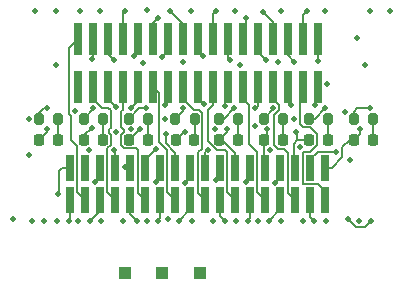
<source format=gbr>
%TF.GenerationSoftware,KiCad,Pcbnew,7.0.10-7.0.10~ubuntu22.04.1*%
%TF.CreationDate,2024-01-03T10:10:25-05:00*%
%TF.ProjectId,readout-splitter,72656164-6f75-4742-9d73-706c69747465,rev?*%
%TF.SameCoordinates,Original*%
%TF.FileFunction,Copper,L1,Top*%
%TF.FilePolarity,Positive*%
%FSLAX46Y46*%
G04 Gerber Fmt 4.6, Leading zero omitted, Abs format (unit mm)*
G04 Created by KiCad (PCBNEW 7.0.10-7.0.10~ubuntu22.04.1) date 2024-01-03 10:10:25*
%MOMM*%
%LPD*%
G01*
G04 APERTURE LIST*
G04 Aperture macros list*
%AMRoundRect*
0 Rectangle with rounded corners*
0 $1 Rounding radius*
0 $2 $3 $4 $5 $6 $7 $8 $9 X,Y pos of 4 corners*
0 Add a 4 corners polygon primitive as box body*
4,1,4,$2,$3,$4,$5,$6,$7,$8,$9,$2,$3,0*
0 Add four circle primitives for the rounded corners*
1,1,$1+$1,$2,$3*
1,1,$1+$1,$4,$5*
1,1,$1+$1,$6,$7*
1,1,$1+$1,$8,$9*
0 Add four rect primitives between the rounded corners*
20,1,$1+$1,$2,$3,$4,$5,0*
20,1,$1+$1,$4,$5,$6,$7,0*
20,1,$1+$1,$6,$7,$8,$9,0*
20,1,$1+$1,$8,$9,$2,$3,0*%
G04 Aperture macros list end*
%TA.AperFunction,SMDPad,CuDef*%
%ADD10R,0.736600X2.794000*%
%TD*%
%TA.AperFunction,SMDPad,CuDef*%
%ADD11RoundRect,0.225000X0.225000X0.250000X-0.225000X0.250000X-0.225000X-0.250000X0.225000X-0.250000X0*%
%TD*%
%TA.AperFunction,SMDPad,CuDef*%
%ADD12RoundRect,0.200000X-0.200000X-0.275000X0.200000X-0.275000X0.200000X0.275000X-0.200000X0.275000X0*%
%TD*%
%TA.AperFunction,ComponentPad*%
%ADD13R,1.000000X1.000000*%
%TD*%
%TA.AperFunction,SMDPad,CuDef*%
%ADD14R,0.740000X2.220000*%
%TD*%
%TA.AperFunction,ViaPad*%
%ADD15C,0.508000*%
%TD*%
%TA.AperFunction,Conductor*%
%ADD16C,0.152400*%
%TD*%
%TA.AperFunction,Conductor*%
%ADD17C,0.200000*%
%TD*%
G04 APERTURE END LIST*
D10*
%TO.P,J4,1,Pin_1*%
%TO.N,/+6.5V*%
X45582000Y-33124000D03*
%TO.P,J4,2,Pin_2*%
%TO.N,/-20V*%
X45582000Y-37188000D03*
%TO.P,J4,3,Pin_3*%
%TO.N,GND*%
X44312000Y-33124000D03*
%TO.P,J4,4,Pin_4*%
%TO.N,/DET_0*%
X44312000Y-37188000D03*
%TO.P,J4,5,Pin_5*%
%TO.N,/+6.5V*%
X43042000Y-33124000D03*
%TO.P,J4,6,Pin_6*%
%TO.N,/-20V*%
X43042000Y-37188000D03*
%TO.P,J4,7,Pin_7*%
%TO.N,GND*%
X41772000Y-33124000D03*
%TO.P,J4,8,Pin_8*%
%TO.N,/DET_1*%
X41772000Y-37188000D03*
%TO.P,J4,9,Pin_9*%
%TO.N,/+6.5V*%
X40502000Y-33124000D03*
%TO.P,J4,10,Pin_10*%
%TO.N,/-20V*%
X40502000Y-37188000D03*
%TO.P,J4,11,Pin_11*%
%TO.N,GND*%
X39232000Y-33124000D03*
%TO.P,J4,12,Pin_12*%
%TO.N,/DET_2*%
X39232000Y-37188000D03*
%TO.P,J4,13,Pin_13*%
%TO.N,/+6.5V*%
X37962000Y-33124000D03*
%TO.P,J4,14,Pin_14*%
%TO.N,/-20V*%
X37962000Y-37188000D03*
%TO.P,J4,15,Pin_15*%
%TO.N,GND*%
X36692000Y-33124000D03*
%TO.P,J4,16,Pin_16*%
%TO.N,/DET_3*%
X36692000Y-37188000D03*
%TO.P,J4,17,Pin_17*%
%TO.N,/+6.5V*%
X35422000Y-33124000D03*
%TO.P,J4,18,Pin_18*%
%TO.N,/-20V*%
X35422000Y-37188000D03*
%TO.P,J4,19,Pin_19*%
%TO.N,GND*%
X34152000Y-33124000D03*
%TO.P,J4,20,Pin_20*%
%TO.N,/DET_4*%
X34152000Y-37188000D03*
%TO.P,J4,21,Pin_21*%
%TO.N,/+6.5V*%
X32882000Y-33124000D03*
%TO.P,J4,22,Pin_22*%
%TO.N,/-20V*%
X32882000Y-37188000D03*
%TO.P,J4,23,Pin_23*%
%TO.N,GND*%
X31612000Y-33124000D03*
%TO.P,J4,24,Pin_24*%
%TO.N,/DET_5*%
X31612000Y-37188000D03*
%TO.P,J4,25,Pin_25*%
%TO.N,/+6.5V*%
X30342000Y-33124000D03*
%TO.P,J4,26,Pin_26*%
%TO.N,/-20V*%
X30342000Y-37188000D03*
%TO.P,J4,27,Pin_27*%
%TO.N,GND*%
X29072000Y-33124000D03*
%TO.P,J4,28,Pin_28*%
%TO.N,/DET_6*%
X29072000Y-37188000D03*
%TO.P,J4,29,Pin_29*%
%TO.N,/+6.5V*%
X27802000Y-33124000D03*
%TO.P,J4,30,Pin_30*%
%TO.N,/-20V*%
X27802000Y-37188000D03*
%TO.P,J4,31,Pin_31*%
%TO.N,GND*%
X26532000Y-33124000D03*
%TO.P,J4,32,Pin_32*%
%TO.N,/DET_7*%
X26532000Y-37188000D03*
%TO.P,J4,33,Pin_33*%
%TO.N,/A_COMM*%
X25262000Y-33124000D03*
%TO.P,J4,34,Pin_34*%
%TO.N,unconnected-(J4-Pin_34-Pad34)*%
X25262000Y-37188000D03*
%TD*%
D11*
%TO.P,C33,1*%
%TO.N,Net-(C33-Pad1)*%
X50215000Y-41694000D03*
%TO.P,C33,2*%
%TO.N,/VN_0*%
X48665000Y-41694000D03*
%TD*%
%TO.P,C35,1*%
%TO.N,Net-(C35-Pad1)*%
X42595000Y-41694000D03*
%TO.P,C35,2*%
%TO.N,/VN_2*%
X41045000Y-41694000D03*
%TD*%
%TO.P,C40,1*%
%TO.N,Net-(C40-Pad1)*%
X23545000Y-41694000D03*
%TO.P,C40,2*%
%TO.N,/VN_7*%
X21995000Y-41694000D03*
%TD*%
%TO.P,C38,1*%
%TO.N,Net-(C38-Pad1)*%
X31165000Y-41694000D03*
%TO.P,C38,2*%
%TO.N,/VN_5*%
X29615000Y-41694000D03*
%TD*%
D12*
%TO.P,R20,1*%
%TO.N,Net-(U4-ADJ)*%
X37185000Y-39916000D03*
%TO.P,R20,2*%
%TO.N,Net-(C36-Pad1)*%
X38835000Y-39916000D03*
%TD*%
%TO.P,R21,1*%
%TO.N,Net-(U5-ADJ)*%
X33502000Y-39916000D03*
%TO.P,R21,2*%
%TO.N,Net-(C37-Pad1)*%
X35152000Y-39916000D03*
%TD*%
D13*
%TO.P,J3,1,Pin_1*%
%TO.N,/-20V*%
X35597000Y-52997000D03*
%TD*%
D12*
%TO.P,R19,1*%
%TO.N,Net-(U3-ADJ)*%
X40995000Y-39916000D03*
%TO.P,R19,2*%
%TO.N,Net-(C35-Pad1)*%
X42645000Y-39916000D03*
%TD*%
D13*
%TO.P,J1,1,Pin_1*%
%TO.N,/+6.5V*%
X29247000Y-52997000D03*
%TD*%
D12*
%TO.P,R17,1*%
%TO.N,Net-(U1-ADJ)*%
X48615000Y-39916000D03*
%TO.P,R17,2*%
%TO.N,Net-(C33-Pad1)*%
X50265000Y-39916000D03*
%TD*%
%TO.P,R18,1*%
%TO.N,Net-(U2-ADJ)*%
X44805000Y-39916000D03*
%TO.P,R18,2*%
%TO.N,Net-(C34-Pad1)*%
X46455000Y-39916000D03*
%TD*%
%TO.P,R23,1*%
%TO.N,Net-(U7-ADJ)*%
X25755000Y-39916000D03*
%TO.P,R23,2*%
%TO.N,Net-(C39-Pad1)*%
X27405000Y-39916000D03*
%TD*%
D11*
%TO.P,C36,1*%
%TO.N,Net-(C36-Pad1)*%
X38785000Y-41694000D03*
%TO.P,C36,2*%
%TO.N,/VN_3*%
X37235000Y-41694000D03*
%TD*%
D12*
%TO.P,R22,1*%
%TO.N,Net-(U6-ADJ)*%
X29565000Y-39916000D03*
%TO.P,R22,2*%
%TO.N,Net-(C38-Pad1)*%
X31215000Y-39916000D03*
%TD*%
D11*
%TO.P,C37,1*%
%TO.N,Net-(C37-Pad1)*%
X35102000Y-41694000D03*
%TO.P,C37,2*%
%TO.N,/VN_4*%
X33552000Y-41694000D03*
%TD*%
%TO.P,C34,1*%
%TO.N,Net-(C34-Pad1)*%
X46418000Y-41694000D03*
%TO.P,C34,2*%
%TO.N,/VN_1*%
X44868000Y-41694000D03*
%TD*%
D13*
%TO.P,J2,1,Pin_1*%
%TO.N,GND*%
X32422000Y-52997000D03*
%TD*%
D11*
%TO.P,C39,1*%
%TO.N,Net-(C39-Pad1)*%
X27355000Y-41694000D03*
%TO.P,C39,2*%
%TO.N,/VN_6*%
X25805000Y-41694000D03*
%TD*%
D14*
%TO.P,J5,1,Pin_1*%
%TO.N,/DET_0*%
X46217000Y-46826800D03*
%TO.P,J5,2,Pin_2*%
%TO.N,/VN_0*%
X46217000Y-44096800D03*
%TO.P,J5,3,Pin_3*%
%TO.N,GND*%
X44947000Y-46826800D03*
%TO.P,J5,4,Pin_4*%
%TO.N,/VP_0*%
X44947000Y-44096800D03*
%TO.P,J5,5,Pin_5*%
%TO.N,/DET_1*%
X43677000Y-46826800D03*
%TO.P,J5,6,Pin_6*%
%TO.N,/VN_1*%
X43677000Y-44096800D03*
%TO.P,J5,7,Pin_7*%
%TO.N,GND*%
X42407000Y-46826800D03*
%TO.P,J5,8,Pin_8*%
%TO.N,/VP_1*%
X42407000Y-44096800D03*
%TO.P,J5,9,Pin_9*%
%TO.N,/DET_2*%
X41137000Y-46826800D03*
%TO.P,J5,10,Pin_10*%
%TO.N,/VN_2*%
X41137000Y-44096800D03*
%TO.P,J5,11,Pin_11*%
%TO.N,GND*%
X39867000Y-46826800D03*
%TO.P,J5,12,Pin_12*%
%TO.N,/VP_2*%
X39867000Y-44096800D03*
%TO.P,J5,13,Pin_13*%
%TO.N,/DET_3*%
X38597000Y-46826800D03*
%TO.P,J5,14,Pin_14*%
%TO.N,/VN_3*%
X38597000Y-44096800D03*
%TO.P,J5,15,Pin_15*%
%TO.N,GND*%
X37327000Y-46826800D03*
%TO.P,J5,16,Pin_16*%
%TO.N,/VP_3*%
X37327000Y-44096800D03*
%TO.P,J5,17,Pin_17*%
%TO.N,/DET_4*%
X36057000Y-46826800D03*
%TO.P,J5,18,Pin_18*%
%TO.N,/VN_4*%
X36057000Y-44096800D03*
%TO.P,J5,19,Pin_19*%
%TO.N,GND*%
X34787000Y-46826800D03*
%TO.P,J5,20,Pin_20*%
%TO.N,/VP_4*%
X34787000Y-44096800D03*
%TO.P,J5,21,Pin_21*%
%TO.N,/DET_5*%
X33517000Y-46826800D03*
%TO.P,J5,22,Pin_22*%
%TO.N,/VN_5*%
X33517000Y-44096800D03*
%TO.P,J5,23,Pin_23*%
%TO.N,GND*%
X32247000Y-46826800D03*
%TO.P,J5,24,Pin_24*%
%TO.N,/VP_5*%
X32247000Y-44096800D03*
%TO.P,J5,25,Pin_25*%
%TO.N,/DET_6*%
X30977000Y-46826800D03*
%TO.P,J5,26,Pin_26*%
%TO.N,/VN_6*%
X30977000Y-44096800D03*
%TO.P,J5,27,Pin_27*%
%TO.N,GND*%
X29707000Y-46826800D03*
%TO.P,J5,28,Pin_28*%
%TO.N,/VP_6*%
X29707000Y-44096800D03*
%TO.P,J5,29,Pin_29*%
%TO.N,/DET_7*%
X28437000Y-46826800D03*
%TO.P,J5,30,Pin_30*%
%TO.N,/VN_7*%
X28437000Y-44096800D03*
%TO.P,J5,31,Pin_31*%
%TO.N,GND*%
X27167000Y-46826800D03*
%TO.P,J5,32,Pin_32*%
%TO.N,/VP_7*%
X27167000Y-44096800D03*
%TO.P,J5,33,Pin_33*%
%TO.N,/A_COMM*%
X25897000Y-46826800D03*
%TO.P,J5,34,Pin_34*%
%TO.N,unconnected-(J5-Pin_34-Pad34)*%
X25897000Y-44096800D03*
%TO.P,J5,35,Pin_35*%
%TO.N,GND*%
X24627000Y-46826800D03*
%TO.P,J5,36,Pin_36*%
%TO.N,/+6.5V*%
X24627000Y-44096800D03*
%TD*%
D12*
%TO.P,R24,1*%
%TO.N,Net-(U8-ADJ)*%
X21945000Y-39916000D03*
%TO.P,R24,2*%
%TO.N,Net-(C40-Pad1)*%
X23595000Y-39916000D03*
%TD*%
D15*
%TO.N,/+6.5V*%
X32930000Y-48425000D03*
X46265000Y-48552000D03*
X35851000Y-34582000D03*
X27215000Y-48552000D03*
X43598000Y-35090000D03*
X29120000Y-48552000D03*
X41198953Y-34977756D03*
X31152000Y-48552000D03*
X50075000Y-48552000D03*
X28358000Y-34963000D03*
X36740000Y-48552000D03*
X38137000Y-34963000D03*
X30009000Y-34582000D03*
X44360000Y-48552000D03*
X48170000Y-48425000D03*
X40550000Y-48552000D03*
X32343011Y-34717341D03*
X25310000Y-48552000D03*
X34962000Y-48552000D03*
X23571200Y-46304200D03*
X21373000Y-48552000D03*
X45582000Y-35042000D03*
X38645000Y-48552000D03*
X23532000Y-48552000D03*
X42455000Y-48552000D03*
%TO.N,/-20V*%
X38531000Y-30772000D03*
X23418000Y-30772000D03*
X27101000Y-30772000D03*
X46215000Y-30772000D03*
X29755000Y-39027000D03*
X43344000Y-38773000D03*
X32661949Y-38756167D03*
X34861000Y-30772000D03*
X31122001Y-30674999D03*
X50025000Y-30772000D03*
X28472211Y-38918420D03*
X45376000Y-38773000D03*
X35923974Y-38655533D03*
X42468000Y-30772000D03*
X40296000Y-39027000D03*
X37725990Y-38803788D03*
%TO.N,/VN_0*%
X49186000Y-40805000D03*
%TO.N,/VP_0*%
X47133900Y-42736153D03*
%TO.N,/VP_1*%
X41922513Y-45327379D03*
%TO.N,/VN_1*%
X43725000Y-41059000D03*
%TO.N,/VP_2*%
X39538900Y-45310898D03*
%TO.N,/VN_2*%
X41312000Y-40805000D03*
%TO.N,/VP_3*%
X36933000Y-45128500D03*
%TO.N,/VN_3*%
X37883000Y-40805000D03*
%TO.N,/VP_4*%
X34313076Y-45324428D03*
%TO.N,/VN_4*%
X34349998Y-41004141D03*
X36271948Y-42552077D03*
%TO.N,/VP_5*%
X31914000Y-45250000D03*
%TO.N,/VN_5*%
X32741527Y-41197363D03*
X30530151Y-40805481D03*
%TO.N,/VP_6*%
X29247000Y-43980000D03*
%TO.N,/VN_6*%
X26453000Y-40678000D03*
X31914000Y-42456000D03*
%TO.N,/VP_7*%
X26697101Y-45250000D03*
%TO.N,/VN_7*%
X22643000Y-40805000D03*
X28285800Y-42583000D03*
%TO.N,GND*%
X49567000Y-35344000D03*
X26209188Y-42551422D03*
X51714400Y-30784800D03*
X32041000Y-31407000D03*
X34200000Y-35090000D03*
X43598000Y-39916000D03*
X33819000Y-48552000D03*
X28485000Y-41059000D03*
X25437000Y-30772000D03*
X32041000Y-48552000D03*
X46392000Y-36995000D03*
X25056000Y-39281000D03*
X39534000Y-31407000D03*
X22389000Y-48552000D03*
X45249000Y-48552000D03*
X26326000Y-48552000D03*
X48328764Y-43440236D03*
X26453000Y-34836000D03*
X21119000Y-39916000D03*
X36833070Y-40778550D03*
X29247000Y-30772000D03*
X39661000Y-48552000D03*
X42195166Y-35103534D03*
X32676000Y-39916000D03*
X30771000Y-35217000D03*
X48869600Y-33045400D03*
X36981000Y-30772000D03*
X37756000Y-48552000D03*
X40918000Y-30899000D03*
X47863397Y-39381756D03*
X49059000Y-48552000D03*
X44106000Y-42329000D03*
X44665000Y-30772000D03*
X39026000Y-35344000D03*
X29772157Y-40801866D03*
X41566000Y-42583000D03*
X23405000Y-35344000D03*
X41439000Y-48552000D03*
X30263000Y-48552000D03*
X21119000Y-42964000D03*
X24548000Y-48552000D03*
X40296000Y-40551000D03*
X33057000Y-30772000D03*
X19735800Y-48387000D03*
X21627000Y-30772000D03*
%TO.N,Net-(U1-ADJ)*%
X50011000Y-39027000D03*
%TO.N,Net-(U2-ADJ)*%
X46201000Y-39027000D03*
%TO.N,Net-(U3-ADJ)*%
X41802121Y-38990412D03*
%TO.N,Net-(U4-ADJ)*%
X38518000Y-39027000D03*
%TO.N,Net-(U5-ADJ)*%
X34199994Y-39027000D03*
%TO.N,Net-(U6-ADJ)*%
X31025000Y-39025875D03*
%TO.N,Net-(U7-ADJ)*%
X26580000Y-39027000D03*
%TO.N,Net-(U8-ADJ)*%
X22643000Y-39027000D03*
%TD*%
D16*
%TO.N,/+6.5V*%
X23571200Y-46304200D02*
X23659000Y-46182552D01*
X23659000Y-44361000D02*
X23923200Y-44096800D01*
X23659000Y-46182552D02*
X23659000Y-44361000D01*
X23923200Y-44096800D02*
X24627000Y-44096800D01*
X30342000Y-34249000D02*
X30009000Y-34582000D01*
X35422000Y-33124000D02*
X35422000Y-34153000D01*
X48805000Y-49060000D02*
X49567000Y-49060000D01*
X37962000Y-33124000D02*
X37962000Y-34788000D01*
X27802000Y-34407000D02*
X28358000Y-34963000D01*
X45630000Y-35090000D02*
X45582000Y-35042000D01*
X48170000Y-48425000D02*
X48805000Y-49060000D01*
X45582000Y-33124000D02*
X45582000Y-35042000D01*
X35422000Y-34153000D02*
X35851000Y-34582000D01*
X32882000Y-34178352D02*
X32882000Y-33124000D01*
X40502000Y-34280803D02*
X41198953Y-34977756D01*
X43042000Y-34534000D02*
X43598000Y-35090000D01*
X27802000Y-33124000D02*
X27802000Y-34407000D01*
X43042000Y-33124000D02*
X43042000Y-34534000D01*
X32343011Y-34717341D02*
X32882000Y-34178352D01*
X37962000Y-34788000D02*
X38137000Y-34963000D01*
X49567000Y-49060000D02*
X50075000Y-48552000D01*
X40502000Y-33124000D02*
X40502000Y-34280803D01*
X30342000Y-33124000D02*
X30342000Y-34249000D01*
%TO.N,/-20V*%
X40502000Y-37188000D02*
X40502000Y-38821000D01*
X27802000Y-38248209D02*
X28472211Y-38918420D01*
X30342000Y-37188000D02*
X30342000Y-38440000D01*
X43042000Y-38471000D02*
X43344000Y-38773000D01*
X35923974Y-38655533D02*
X35422000Y-38153559D01*
X32661949Y-38756167D02*
X32882000Y-38536116D01*
X37962000Y-37188000D02*
X37725990Y-37424010D01*
X30342000Y-38440000D02*
X29755000Y-39027000D01*
X40502000Y-38821000D02*
X40296000Y-39027000D01*
X35422000Y-38153559D02*
X35422000Y-37188000D01*
X27802000Y-37188000D02*
X27802000Y-38248209D01*
X37725990Y-37424010D02*
X37725990Y-38803788D01*
X43042000Y-37188000D02*
X43042000Y-38471000D01*
X45376000Y-37394000D02*
X45376000Y-38773000D01*
X45582000Y-37188000D02*
X45376000Y-37394000D01*
X32882000Y-38536116D02*
X32882000Y-37188000D01*
%TO.N,/VN_0*%
X48297000Y-41694000D02*
X48665000Y-41694000D01*
X46217000Y-44096800D02*
X46739400Y-44096800D01*
X47662000Y-43174200D02*
X47662000Y-42329000D01*
X49186000Y-40805000D02*
X49186000Y-41173000D01*
X49186000Y-41173000D02*
X48665000Y-41694000D01*
X47662000Y-42329000D02*
X48297000Y-41694000D01*
X46739400Y-44096800D02*
X47662000Y-43174200D01*
%TO.N,/DET_0*%
X44080600Y-37419400D02*
X44312000Y-37188000D01*
X45580100Y-45449900D02*
X44362900Y-45449900D01*
X44362900Y-45449900D02*
X44348400Y-45435400D01*
X44301600Y-40619600D02*
X44080600Y-40398600D01*
X44348400Y-45435400D02*
X44348400Y-42758200D01*
X44929200Y-42758200D02*
X45546600Y-42140800D01*
X45546600Y-41229600D02*
X44936600Y-40619600D01*
X46217000Y-46086800D02*
X45580100Y-45449900D01*
X44936600Y-40619600D02*
X44301600Y-40619600D01*
X44348400Y-42758200D02*
X44929200Y-42758200D01*
X44080600Y-40398600D02*
X44080600Y-37419400D01*
X45546600Y-42140800D02*
X45546600Y-41229600D01*
X46217000Y-46826800D02*
X46217000Y-46086800D01*
%TO.N,/VP_0*%
X47154000Y-42710000D02*
X47154000Y-42716053D01*
X44947000Y-43356800D02*
X45593800Y-42710000D01*
X47154000Y-42716053D02*
X47133900Y-42736153D01*
X44947000Y-44096800D02*
X44947000Y-43356800D01*
X45593800Y-42710000D02*
X47154000Y-42710000D01*
%TO.N,/VP_1*%
X42407000Y-44096800D02*
X42407000Y-44842892D01*
X42407000Y-44842892D02*
X41922513Y-45327379D01*
%TO.N,/VN_1*%
X43525800Y-42020200D02*
X43525800Y-43945600D01*
X43725000Y-41059000D02*
X43852000Y-41186000D01*
X43852000Y-41186000D02*
X43852000Y-41694000D01*
X43525800Y-43945600D02*
X43677000Y-44096800D01*
X44868000Y-41694000D02*
X43852000Y-41694000D01*
X43852000Y-41694000D02*
X43525800Y-42020200D01*
%TO.N,/VP_2*%
X39867000Y-44096800D02*
X39867000Y-44982798D01*
X39867000Y-44982798D02*
X39538900Y-45310898D01*
%TO.N,/VN_2*%
X41312000Y-40805000D02*
X41312000Y-41427000D01*
X41045000Y-41694000D02*
X41045000Y-44004800D01*
X41312000Y-41427000D02*
X41045000Y-41694000D01*
X41045000Y-44004800D02*
X41137000Y-44096800D01*
%TO.N,/DET_2*%
X40465600Y-42758200D02*
X40465600Y-46155400D01*
X39232000Y-37188000D02*
X39232000Y-38216700D01*
X40465600Y-46155400D02*
X41137000Y-46826800D01*
X39232000Y-38216700D02*
X39752700Y-38737400D01*
X39752700Y-42045300D02*
X40465600Y-42758200D01*
X39752700Y-38737400D02*
X39752700Y-42045300D01*
%TO.N,/VP_3*%
X37327000Y-44734500D02*
X36933000Y-45128500D01*
X37327000Y-44096800D02*
X37327000Y-44734500D01*
%TO.N,/VN_3*%
X37456600Y-41694000D02*
X38597000Y-42834400D01*
X38597000Y-42834400D02*
X38597000Y-44096800D01*
X37883000Y-40805000D02*
X37883000Y-41046000D01*
X37883000Y-41046000D02*
X37235000Y-41694000D01*
X37235000Y-41694000D02*
X37456600Y-41694000D01*
%TO.N,/DET_3*%
X36252870Y-41834592D02*
X36252870Y-39176530D01*
X38597000Y-46826800D02*
X37925600Y-46155400D01*
X37925600Y-42758200D02*
X37750400Y-42583000D01*
X37001278Y-42583000D02*
X36252870Y-41834592D01*
X37750400Y-42583000D02*
X37001278Y-42583000D01*
X37925600Y-46155400D02*
X37925600Y-42758200D01*
X36252870Y-39176530D02*
X36692000Y-38737400D01*
X36692000Y-38737400D02*
X36692000Y-37188000D01*
%TO.N,/DET_1*%
X41772000Y-37188000D02*
X41772000Y-38216700D01*
X42328000Y-38772700D02*
X42328000Y-39146326D01*
X41868200Y-39606126D02*
X41868200Y-42123200D01*
X42703400Y-42456000D02*
X43078400Y-42831000D01*
X42328000Y-39146326D02*
X41868200Y-39606126D01*
X43078400Y-42831000D02*
X43078400Y-46228200D01*
X42201000Y-42456000D02*
X42703400Y-42456000D01*
X41868200Y-42123200D02*
X42201000Y-42456000D01*
X43078400Y-46228200D02*
X43677000Y-46826800D01*
X41772000Y-38216700D02*
X42328000Y-38772700D01*
%TO.N,/VP_4*%
X34787000Y-44850504D02*
X34313076Y-45324428D01*
X34787000Y-44096800D02*
X34787000Y-44850504D01*
%TO.N,/DET_4*%
X35458400Y-46228200D02*
X36057000Y-46826800D01*
X34152000Y-38216700D02*
X35089300Y-39154000D01*
X35089300Y-39154000D02*
X35476674Y-39154000D01*
X34152000Y-37188000D02*
X34152000Y-38216700D01*
X35780600Y-42436000D02*
X35458400Y-42758200D01*
X35780600Y-39457926D02*
X35780600Y-42436000D01*
X35458400Y-42758200D02*
X35458400Y-46228200D01*
X35476674Y-39154000D02*
X35780600Y-39457926D01*
%TO.N,/VN_4*%
X36057000Y-44096800D02*
X36057000Y-42767025D01*
X34241859Y-41004141D02*
X34349998Y-41004141D01*
X33552000Y-41694000D02*
X34241859Y-41004141D01*
X36057000Y-42767025D02*
X36271948Y-42552077D01*
%TO.N,/VP_5*%
X32247000Y-44917000D02*
X31914000Y-45250000D01*
X32247000Y-44096800D02*
X32247000Y-44917000D01*
%TO.N,/DET_5*%
X32845600Y-42541374D02*
X32845600Y-46155400D01*
X31612000Y-37188000D02*
X32161327Y-37737327D01*
X32845600Y-46155400D02*
X33517000Y-46826800D01*
X32161327Y-41857101D02*
X32845600Y-42541374D01*
X32161327Y-37737327D02*
X32161327Y-41857101D01*
%TO.N,/VN_5*%
X33517000Y-42781722D02*
X32741527Y-42006249D01*
D17*
X29615000Y-41694000D02*
X30503519Y-40805481D01*
D16*
X32741527Y-42006249D02*
X32741527Y-41197363D01*
D17*
X30503519Y-40805481D02*
X30530151Y-40805481D01*
D16*
X33517000Y-44096800D02*
X33517000Y-42781722D01*
D17*
X29615000Y-41694000D02*
X29628000Y-41694000D01*
D16*
%TO.N,/VP_6*%
X29363800Y-44096800D02*
X29247000Y-43980000D01*
X29707000Y-44096800D02*
X29363800Y-44096800D01*
%TO.N,/DET_6*%
X28936400Y-41249878D02*
X28936400Y-42138122D01*
X28936400Y-42138122D02*
X29195878Y-42397600D01*
X30378400Y-46228200D02*
X30977000Y-46826800D01*
X29072000Y-37188000D02*
X29072000Y-39139158D01*
X29176993Y-41009285D02*
X28936400Y-41249878D01*
X30204600Y-42397600D02*
X30378400Y-42571400D01*
X29195878Y-42397600D02*
X30204600Y-42397600D01*
X28936400Y-40629500D02*
X29176993Y-40870093D01*
X29176993Y-40870093D02*
X29176993Y-41009285D01*
X28936400Y-39274758D02*
X28936400Y-40629500D01*
X30378400Y-42571400D02*
X30378400Y-46228200D01*
X29072000Y-39139158D02*
X28936400Y-39274758D01*
%TO.N,/VN_6*%
X30977000Y-43393000D02*
X31914000Y-42456000D01*
X30977000Y-44096800D02*
X30977000Y-43393000D01*
X25805000Y-41326000D02*
X26453000Y-40678000D01*
X25805000Y-41694000D02*
X25805000Y-41326000D01*
%TO.N,/DET_7*%
X28437000Y-46826800D02*
X27765600Y-46155400D01*
X28033600Y-41249878D02*
X27904800Y-41121078D01*
X27904800Y-41121078D02*
X27904800Y-40818673D01*
X27765600Y-46155400D02*
X27765600Y-42406122D01*
X26532000Y-38216700D02*
X26532000Y-37188000D01*
X27850000Y-39027000D02*
X27342300Y-39027000D01*
X27765600Y-42406122D02*
X28033600Y-42138122D01*
X28033600Y-39210600D02*
X27850000Y-39027000D01*
X27342300Y-39027000D02*
X26532000Y-38216700D01*
X28033600Y-40689873D02*
X28033600Y-39210600D01*
X27904800Y-40818673D02*
X28033600Y-40689873D01*
X28033600Y-42138122D02*
X28033600Y-41249878D01*
%TO.N,/VP_7*%
X27167000Y-44780101D02*
X26697101Y-45250000D01*
X27167000Y-44096800D02*
X27167000Y-44780101D01*
%TO.N,/VN_7*%
X22643000Y-40805000D02*
X22643000Y-41046000D01*
X28437000Y-42734200D02*
X28285800Y-42583000D01*
X28437000Y-44096800D02*
X28437000Y-42734200D01*
X22643000Y-41046000D02*
X21995000Y-41694000D01*
%TO.N,GND*%
X27167000Y-46826800D02*
X27167000Y-47711000D01*
X34787000Y-46826800D02*
X34787000Y-47584000D01*
X29072000Y-30947000D02*
X29247000Y-30772000D01*
X44312000Y-31125000D02*
X44665000Y-30772000D01*
X39232000Y-33124000D02*
X39534000Y-32822000D01*
X27167000Y-47711000D02*
X26326000Y-48552000D01*
X34787000Y-47584000D02*
X33819000Y-48552000D01*
X41772000Y-31753000D02*
X40918000Y-30899000D01*
X39867000Y-48346000D02*
X39661000Y-48552000D01*
X44947000Y-48250000D02*
X45249000Y-48552000D01*
X31612000Y-33124000D02*
X31612000Y-31836000D01*
X44312000Y-33124000D02*
X44312000Y-31125000D01*
X37327000Y-48123000D02*
X37756000Y-48552000D01*
X26532000Y-33124000D02*
X26532000Y-34757000D01*
X34152000Y-33124000D02*
X34152000Y-31867000D01*
X31612000Y-31836000D02*
X32041000Y-31407000D01*
X42407000Y-47584000D02*
X41439000Y-48552000D01*
X44947000Y-46826800D02*
X44947000Y-48250000D01*
X39534000Y-32822000D02*
X39534000Y-31407000D01*
X29072000Y-33124000D02*
X29072000Y-30947000D01*
X29707000Y-46826800D02*
X29707000Y-47996000D01*
X26532000Y-34757000D02*
X26453000Y-34836000D01*
X36692000Y-31061000D02*
X36981000Y-30772000D01*
X39867000Y-46826800D02*
X39867000Y-48346000D01*
X29707000Y-47996000D02*
X30263000Y-48552000D01*
X37327000Y-46826800D02*
X37327000Y-48123000D01*
X41772000Y-33124000D02*
X41772000Y-31753000D01*
X42407000Y-46826800D02*
X42407000Y-47584000D01*
X34152000Y-31867000D02*
X33057000Y-30772000D01*
X32247000Y-48346000D02*
X32041000Y-48552000D01*
X24627000Y-46826800D02*
X24627000Y-48473000D01*
X24627000Y-48473000D02*
X24548000Y-48552000D01*
X36692000Y-33124000D02*
X36692000Y-31061000D01*
X32247000Y-46826800D02*
X32247000Y-48346000D01*
%TO.N,Net-(U1-ADJ)*%
X48932000Y-39027000D02*
X50011000Y-39027000D01*
X48615000Y-39916000D02*
X48615000Y-39344000D01*
X48615000Y-39344000D02*
X48932000Y-39027000D01*
%TO.N,Net-(U2-ADJ)*%
X45312000Y-39916000D02*
X46201000Y-39027000D01*
X44805000Y-39916000D02*
X45312000Y-39916000D01*
%TO.N,Net-(U3-ADJ)*%
X41802121Y-39108879D02*
X40995000Y-39916000D01*
X41802121Y-38990412D02*
X41802121Y-39108879D01*
%TO.N,Net-(U4-ADJ)*%
X37185000Y-39916000D02*
X37629000Y-39916000D01*
X37629000Y-39916000D02*
X38518000Y-39027000D01*
%TO.N,Net-(U5-ADJ)*%
X33502000Y-39916000D02*
X34199994Y-39218006D01*
X34199994Y-39218006D02*
X34199994Y-39027000D01*
%TO.N,Net-(U6-ADJ)*%
X29565000Y-39916000D02*
X30455125Y-39025875D01*
X30455125Y-39025875D02*
X31025000Y-39025875D01*
%TO.N,Net-(U7-ADJ)*%
X25755000Y-39916000D02*
X26580000Y-39091000D01*
X26580000Y-39091000D02*
X26580000Y-39027000D01*
%TO.N,Net-(U8-ADJ)*%
X21945000Y-39916000D02*
X21945000Y-39441000D01*
X22359000Y-39027000D02*
X22643000Y-39027000D01*
X21945000Y-39441000D02*
X22359000Y-39027000D01*
%TO.N,Net-(C33-Pad1)*%
X50265000Y-41644000D02*
X50215000Y-41694000D01*
X50265000Y-39916000D02*
X50265000Y-41644000D01*
%TO.N,Net-(C34-Pad1)*%
X46455000Y-41657000D02*
X46418000Y-41694000D01*
X46455000Y-39916000D02*
X46455000Y-41657000D01*
%TO.N,Net-(C35-Pad1)*%
X42645000Y-39916000D02*
X42645000Y-41644000D01*
X42645000Y-41644000D02*
X42595000Y-41694000D01*
%TO.N,Net-(C36-Pad1)*%
X38835000Y-41644000D02*
X38785000Y-41694000D01*
X38835000Y-39916000D02*
X38835000Y-41644000D01*
%TO.N,Net-(C37-Pad1)*%
X35152000Y-39916000D02*
X35152000Y-41644000D01*
X35152000Y-41644000D02*
X35102000Y-41694000D01*
%TO.N,Net-(C38-Pad1)*%
X31215000Y-39916000D02*
X31215000Y-41644000D01*
X31215000Y-41644000D02*
X31165000Y-41694000D01*
%TO.N,Net-(C39-Pad1)*%
X27405000Y-41644000D02*
X27355000Y-41694000D01*
X27405000Y-39916000D02*
X27405000Y-41644000D01*
%TO.N,Net-(C40-Pad1)*%
X23595000Y-39916000D02*
X23595000Y-41644000D01*
X23595000Y-41644000D02*
X23545000Y-41694000D01*
%TO.N,/A_COMM*%
X25225600Y-42244600D02*
X24665100Y-41684100D01*
X24665100Y-39710627D02*
X24475800Y-39521327D01*
X24475800Y-33910200D02*
X25262000Y-33124000D01*
X25225600Y-46155400D02*
X25225600Y-42244600D01*
X24475800Y-39521327D02*
X24475800Y-33910200D01*
X24665100Y-41684100D02*
X24665100Y-39710627D01*
X25897000Y-46826800D02*
X25225600Y-46155400D01*
%TD*%
M02*

</source>
